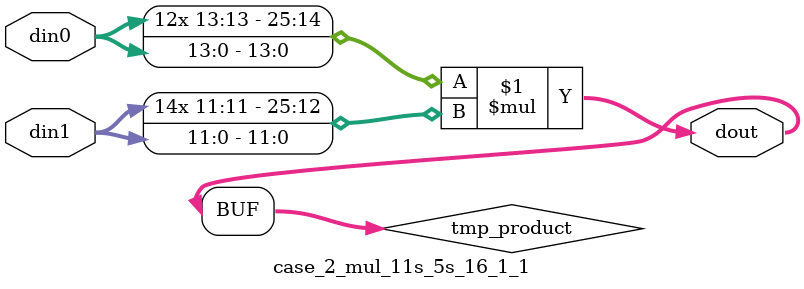
<source format=v>

`timescale 1 ns / 1 ps

 (* use_dsp = "no" *)  module case_2_mul_11s_5s_16_1_1(din0, din1, dout);
parameter ID = 1;
parameter NUM_STAGE = 0;
parameter din0_WIDTH = 14;
parameter din1_WIDTH = 12;
parameter dout_WIDTH = 26;

input [din0_WIDTH - 1 : 0] din0; 
input [din1_WIDTH - 1 : 0] din1; 
output [dout_WIDTH - 1 : 0] dout;

wire signed [dout_WIDTH - 1 : 0] tmp_product;



























assign tmp_product = $signed(din0) * $signed(din1);








assign dout = tmp_product;





















endmodule

</source>
